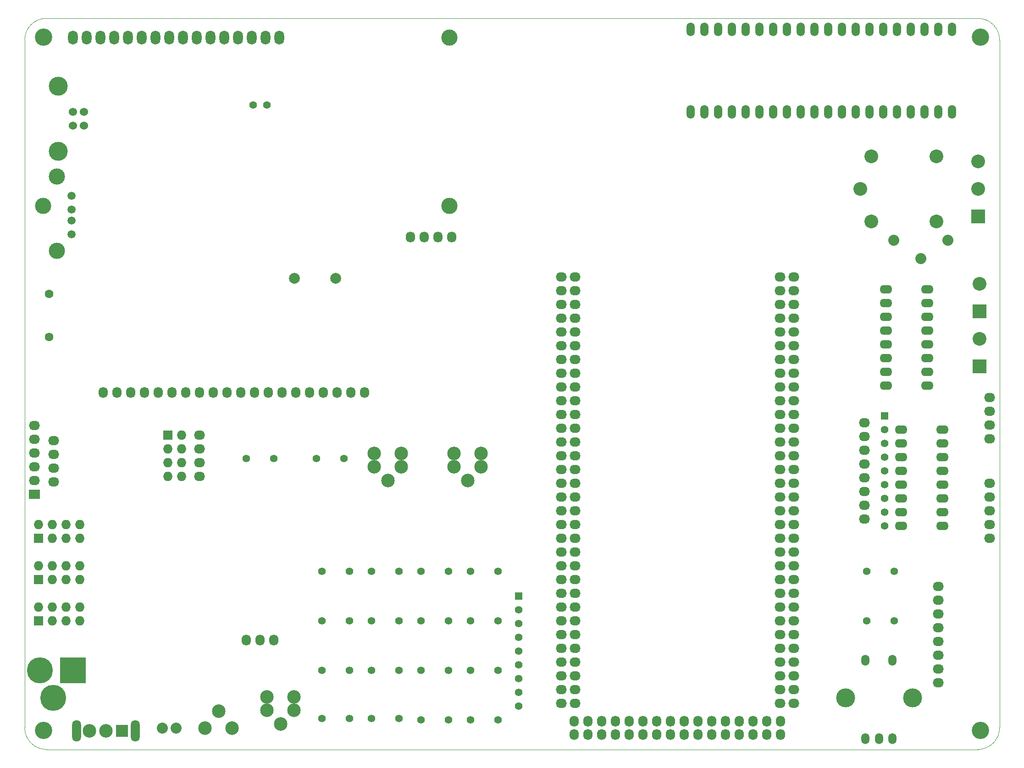
<source format=gbr>
G04 #@! TF.FileFunction,Soldermask,Bot*
%FSLAX46Y46*%
G04 Gerber Fmt 4.6, Leading zero omitted, Abs format (unit mm)*
G04 Created by KiCad (PCBNEW (2015-01-16 BZR 5376)-product) date 06-Jul-17 9:47:26 AM*
%MOMM*%
G01*
G04 APERTURE LIST*
%ADD10C,0.100000*%
%ADD11C,2.499360*%
%ADD12O,1.800000X2.600000*%
%ADD13C,3.000000*%
%ADD14O,1.727200X2.032000*%
%ADD15C,1.524000*%
%ADD16C,3.500000*%
%ADD17O,2.032000X1.727200*%
%ADD18R,2.032000X1.727200*%
%ADD19R,1.727200X1.727200*%
%ADD20O,1.727200X1.727200*%
%ADD21C,1.501140*%
%ADD22C,2.999740*%
%ADD23C,2.032000*%
%ADD24O,2.032000X2.032000*%
%ADD25R,2.300000X2.300000*%
%ADD26C,2.500000*%
%ADD27O,1.651000X4.000000*%
%ADD28O,1.524000X2.524000*%
%ADD29C,4.800600*%
%ADD30R,4.800600X4.800600*%
%ADD31O,2.300000X1.600000*%
%ADD32R,2.540000X2.540000*%
%ADD33C,2.540000*%
%ADD34C,3.200000*%
%ADD35C,1.600000*%
%ADD36C,2.000000*%
%ADD37C,1.397000*%
%ADD38R,1.397000X1.397000*%
%ADD39O,1.501140X1.998980*%
%ADD40C,3.500120*%
G04 APERTURE END LIST*
D10*
X215556500Y-163166000D02*
X43556500Y-163166000D01*
X39556500Y-159166000D02*
X39556500Y-32166000D01*
X219556500Y-32166000D02*
X219556500Y-159166000D01*
X43556500Y-28166000D02*
X215556500Y-28166000D01*
X39556500Y-159166000D02*
G75*
G03X43556500Y-163166000I4000000J0D01*
G01*
X215556500Y-163166000D02*
G75*
G03X219556500Y-159166000I0J4000000D01*
G01*
X219556500Y-32166000D02*
G75*
G03X215556500Y-28166000I-4000000J0D01*
G01*
X43556500Y-28166000D02*
G75*
G03X39556500Y-32166000I0J-4000000D01*
G01*
D11*
X75374500Y-156083000D03*
X77833220Y-159258000D03*
X72834500Y-159258000D03*
D12*
X48450500Y-31750000D03*
X50990500Y-31750000D03*
X53530500Y-31750000D03*
X56070500Y-31750000D03*
X58610500Y-31750000D03*
X61150500Y-31750000D03*
X63690500Y-31750000D03*
X66230500Y-31750000D03*
X68770500Y-31750000D03*
X71310500Y-31750000D03*
X73850500Y-31750000D03*
X76390500Y-31750000D03*
X78930500Y-31750000D03*
X81470500Y-31750000D03*
X84010500Y-31750000D03*
X86550500Y-31750000D03*
D13*
X42951400Y-31750000D03*
X42951400Y-62750700D03*
X117949980Y-62750700D03*
X117949980Y-31750000D03*
D14*
X102298500Y-97282000D03*
X99758500Y-97282000D03*
X97218500Y-97282000D03*
X94678500Y-97282000D03*
X92138500Y-97282000D03*
X89598500Y-97282000D03*
X87058500Y-97282000D03*
X84518500Y-97282000D03*
X81978500Y-97282000D03*
X79438500Y-97282000D03*
X76898500Y-97282000D03*
X74358500Y-97282000D03*
X71818500Y-97282000D03*
X69278500Y-97282000D03*
X66738500Y-97282000D03*
X64198500Y-97282000D03*
X61658500Y-97282000D03*
X59118500Y-97282000D03*
X56578500Y-97282000D03*
X54038500Y-97282000D03*
D15*
X50482500Y-45466000D03*
X50482500Y-48006000D03*
X48483520Y-48006000D03*
X48483520Y-45466000D03*
D16*
X45783500Y-40736520D03*
X45783500Y-52735480D03*
D17*
X71818500Y-105156000D03*
X71818500Y-107696000D03*
X71818500Y-110236000D03*
X71818500Y-112776000D03*
X194627500Y-120650000D03*
X194627500Y-118110000D03*
X194627500Y-115570000D03*
X194627500Y-113030000D03*
X194627500Y-110490000D03*
X194627500Y-107950000D03*
X194627500Y-105410000D03*
X194627500Y-102870000D03*
X208216500Y-150876000D03*
X208216500Y-148336000D03*
X208216500Y-145796000D03*
X208216500Y-143256000D03*
X208216500Y-140716000D03*
X208216500Y-138176000D03*
X208216500Y-135636000D03*
X208216500Y-133096000D03*
X138620500Y-75946000D03*
X138620500Y-78486000D03*
X138620500Y-81026000D03*
X138620500Y-83566000D03*
X138620500Y-86106000D03*
X138620500Y-88646000D03*
X138620500Y-91186000D03*
X138620500Y-93726000D03*
X138620500Y-96266000D03*
X138620500Y-98806000D03*
X138620500Y-101346000D03*
X138620500Y-103886000D03*
X138620500Y-106426000D03*
X138620500Y-108966000D03*
X138620500Y-111506000D03*
X138620500Y-114046000D03*
X138620500Y-116586000D03*
X138620500Y-119126000D03*
X138620500Y-121666000D03*
X138620500Y-124206000D03*
X138620500Y-126746000D03*
X138620500Y-129286000D03*
X138620500Y-131826000D03*
X138620500Y-134366000D03*
X138620500Y-136906000D03*
X138620500Y-139446000D03*
X138620500Y-141986000D03*
X138620500Y-144526000D03*
X138620500Y-147066000D03*
X138620500Y-149606000D03*
X138620500Y-152146000D03*
X138620500Y-154686000D03*
D18*
X41338500Y-116078000D03*
D17*
X41338500Y-113538000D03*
X41338500Y-110998000D03*
X41338500Y-108458000D03*
X41338500Y-105918000D03*
X41338500Y-103378000D03*
D19*
X42100500Y-124206000D03*
D20*
X42100500Y-121666000D03*
X44640500Y-124206000D03*
X44640500Y-121666000D03*
X47180500Y-124206000D03*
X47180500Y-121666000D03*
X49720500Y-124206000D03*
X49720500Y-121666000D03*
D19*
X42100500Y-131826000D03*
D20*
X42100500Y-129286000D03*
X44640500Y-131826000D03*
X44640500Y-129286000D03*
X47180500Y-131826000D03*
X47180500Y-129286000D03*
X49720500Y-131826000D03*
X49720500Y-129286000D03*
D19*
X42100500Y-139446000D03*
D20*
X42100500Y-136906000D03*
X44640500Y-139446000D03*
X44640500Y-136906000D03*
X47180500Y-139446000D03*
X47180500Y-136906000D03*
X49720500Y-139446000D03*
X49720500Y-136906000D03*
D14*
X110740500Y-68560000D03*
X113280500Y-68560000D03*
X115820500Y-68560000D03*
X118360500Y-68560000D03*
X80454500Y-143002000D03*
X82994500Y-143002000D03*
X85534500Y-143002000D03*
D21*
X48198620Y-68072860D03*
X48198620Y-65532860D03*
X48198620Y-63500860D03*
X48198620Y-60960860D03*
D22*
X45531620Y-71120860D03*
X45531620Y-57404860D03*
D23*
X64960500Y-159258000D03*
D24*
X67500500Y-159258000D03*
D17*
X217741500Y-124206000D03*
X217741500Y-121666000D03*
X217741500Y-119126000D03*
X217741500Y-116586000D03*
X217741500Y-114046000D03*
X217741500Y-105791000D03*
X217741500Y-103251000D03*
X217741500Y-100711000D03*
X217741500Y-98171000D03*
X44894500Y-113792000D03*
X44894500Y-111252000D03*
X44894500Y-108712000D03*
X44894500Y-106172000D03*
D14*
X141024500Y-160416000D03*
X143564500Y-160416000D03*
X146104500Y-160416000D03*
X148644500Y-160416000D03*
X151184500Y-160416000D03*
X153724500Y-160416000D03*
X156264500Y-160416000D03*
X158804500Y-160416000D03*
X161344500Y-160416000D03*
X163884500Y-160416000D03*
X166424500Y-160416000D03*
X168964500Y-160416000D03*
X171504500Y-160416000D03*
X174044500Y-160416000D03*
X176584500Y-160416000D03*
X179124500Y-160416000D03*
X141024500Y-157916000D03*
X143564500Y-157916000D03*
X146104500Y-157916000D03*
X148644500Y-157916000D03*
X151184500Y-157916000D03*
X153724500Y-157916000D03*
X156264500Y-157916000D03*
X158804500Y-157916000D03*
X161344500Y-157916000D03*
X163884500Y-157916000D03*
X166424500Y-157916000D03*
X168964500Y-157916000D03*
X171504500Y-157916000D03*
X174044500Y-157916000D03*
X176584500Y-157916000D03*
X179124500Y-157916000D03*
D17*
X181546500Y-75946000D03*
X181546500Y-78486000D03*
X181546500Y-81026000D03*
X181546500Y-83566000D03*
X181546500Y-86106000D03*
X181546500Y-88646000D03*
X181546500Y-91186000D03*
X181546500Y-93726000D03*
X181546500Y-96266000D03*
X181546500Y-98806000D03*
X181546500Y-101346000D03*
X181546500Y-103886000D03*
X181546500Y-106426000D03*
X181546500Y-108966000D03*
X181546500Y-111506000D03*
X181546500Y-114046000D03*
X181546500Y-116586000D03*
X181546500Y-119126000D03*
X181546500Y-121666000D03*
X181546500Y-124206000D03*
X181546500Y-126746000D03*
X181546500Y-129286000D03*
X181546500Y-131826000D03*
X181546500Y-134366000D03*
X181546500Y-136906000D03*
X181546500Y-139446000D03*
X181546500Y-141986000D03*
X181546500Y-144526000D03*
X181546500Y-147066000D03*
X181546500Y-149606000D03*
X181546500Y-152146000D03*
X181546500Y-154686000D03*
X179006500Y-75946000D03*
X179006500Y-78486000D03*
X179006500Y-81026000D03*
X179006500Y-83566000D03*
X179006500Y-86106000D03*
X179006500Y-88646000D03*
X179006500Y-91186000D03*
X179006500Y-93726000D03*
X179006500Y-96266000D03*
X179006500Y-98806000D03*
X179006500Y-101346000D03*
X179006500Y-103886000D03*
X179006500Y-106426000D03*
X179006500Y-108966000D03*
X179006500Y-111506000D03*
X179006500Y-114046000D03*
X179006500Y-116586000D03*
X179006500Y-119126000D03*
X179006500Y-121666000D03*
X179006500Y-124206000D03*
X179006500Y-126746000D03*
X179006500Y-129286000D03*
X179006500Y-131826000D03*
X179006500Y-134366000D03*
X179006500Y-136906000D03*
X179006500Y-139446000D03*
X179006500Y-141986000D03*
X179006500Y-144526000D03*
X179006500Y-147066000D03*
X179006500Y-149606000D03*
X179006500Y-152146000D03*
X179006500Y-154686000D03*
X141160500Y-75946000D03*
X141160500Y-78486000D03*
X141160500Y-81026000D03*
X141160500Y-83566000D03*
X141160500Y-86106000D03*
X141160500Y-88646000D03*
X141160500Y-91186000D03*
X141160500Y-93726000D03*
X141160500Y-96266000D03*
X141160500Y-98806000D03*
X141160500Y-101346000D03*
X141160500Y-103886000D03*
X141160500Y-106426000D03*
X141160500Y-108966000D03*
X141160500Y-111506000D03*
X141160500Y-114046000D03*
X141160500Y-116586000D03*
X141160500Y-119126000D03*
X141160500Y-121666000D03*
X141160500Y-124206000D03*
X141160500Y-126746000D03*
X141160500Y-129286000D03*
X141160500Y-131826000D03*
X141160500Y-134366000D03*
X141160500Y-136906000D03*
X141160500Y-139446000D03*
X141160500Y-141986000D03*
X141160500Y-144526000D03*
X141160500Y-147066000D03*
X141160500Y-149606000D03*
X141160500Y-152146000D03*
X141160500Y-154686000D03*
D19*
X65976500Y-105156000D03*
D20*
X68516500Y-105156000D03*
X65976500Y-107696000D03*
X68516500Y-107696000D03*
X65976500Y-110236000D03*
X68516500Y-110236000D03*
X65976500Y-112776000D03*
X68516500Y-112776000D03*
D25*
X57546500Y-159766000D03*
D26*
X54546500Y-159766000D03*
X51546500Y-159766000D03*
D27*
X49146460Y-159766000D03*
X59946540Y-159766000D03*
D28*
X162496500Y-45466000D03*
X165036500Y-45466000D03*
X167576500Y-45466000D03*
X170116500Y-45466000D03*
X172656500Y-45466000D03*
X172656500Y-30226000D03*
X170116500Y-30226000D03*
X167576500Y-30226000D03*
X165036500Y-30226000D03*
X162496500Y-30226000D03*
D29*
X42354500Y-148590000D03*
D30*
X48450500Y-148590000D03*
D29*
X44854500Y-153670000D03*
D31*
X198556500Y-78166000D03*
X198556500Y-80706000D03*
X198556500Y-83246000D03*
X198556500Y-85786000D03*
X198556500Y-88326000D03*
X198556500Y-90866000D03*
X198556500Y-93406000D03*
X198556500Y-95946000D03*
X206176500Y-95946000D03*
X206176500Y-93406000D03*
X206176500Y-90866000D03*
X206176500Y-88326000D03*
X206176500Y-85786000D03*
X206176500Y-83246000D03*
X206176500Y-80706000D03*
X206176500Y-78166000D03*
D32*
X215836500Y-92456000D03*
D33*
X215836500Y-87376000D03*
D32*
X215836500Y-82296000D03*
D33*
X215836500Y-77216000D03*
X195867020Y-53690520D03*
X193865500Y-59690000D03*
X207865980Y-53690520D03*
X207865980Y-65689480D03*
X195867020Y-65689480D03*
D32*
X215582500Y-64770000D03*
D33*
X215582500Y-59690000D03*
X215582500Y-54610000D03*
D34*
X216056500Y-159666000D03*
X43056500Y-31666000D03*
X43056500Y-159666000D03*
X216056500Y-31666000D03*
D35*
X44038500Y-79042000D03*
X44038500Y-87042000D03*
D36*
X96954340Y-76200000D03*
X89354660Y-76200000D03*
D23*
X205041500Y-72566000D03*
X200041500Y-69166000D03*
X210041500Y-69166000D03*
D37*
X84264500Y-44196000D03*
X81724500Y-44196000D03*
D28*
X175196500Y-45466000D03*
X177736500Y-45466000D03*
X180276500Y-45466000D03*
X182816500Y-45466000D03*
X185356500Y-45466000D03*
X185356500Y-30226000D03*
X182816500Y-30226000D03*
X180276500Y-30226000D03*
X177736500Y-30226000D03*
X175196500Y-30226000D03*
X187896500Y-45466000D03*
X190436500Y-45466000D03*
X192976500Y-45466000D03*
X195516500Y-45466000D03*
X198056500Y-45466000D03*
X198056500Y-30226000D03*
X195516500Y-30226000D03*
X192976500Y-30226000D03*
X190436500Y-30226000D03*
X187896500Y-30226000D03*
X200596500Y-45466000D03*
X203136500Y-45466000D03*
X205676500Y-45466000D03*
X208216500Y-45466000D03*
X210756500Y-45466000D03*
X210756500Y-30226000D03*
X208216500Y-30226000D03*
X205676500Y-30226000D03*
X203136500Y-30226000D03*
X200596500Y-30226000D03*
D38*
X130746500Y-134874000D03*
D37*
X130746500Y-137414000D03*
X130746500Y-139954000D03*
X130746500Y-142494000D03*
X130746500Y-145034000D03*
X130746500Y-147574000D03*
X130746500Y-150114000D03*
X130746500Y-152654000D03*
X130746500Y-155194000D03*
D38*
X198310500Y-101600000D03*
D37*
X198310500Y-104140000D03*
X198310500Y-106680000D03*
X198310500Y-109220000D03*
X198310500Y-111760000D03*
X198310500Y-114300000D03*
X198310500Y-116840000D03*
X198310500Y-119380000D03*
X198310500Y-121920000D03*
D31*
X201358500Y-104140000D03*
X201358500Y-106680000D03*
X201358500Y-109220000D03*
X201358500Y-111760000D03*
X201358500Y-114300000D03*
X201358500Y-116840000D03*
X201358500Y-119380000D03*
X201358500Y-121920000D03*
X208978500Y-121920000D03*
X208978500Y-119380000D03*
X208978500Y-116840000D03*
X208978500Y-114300000D03*
X208978500Y-111760000D03*
X208978500Y-109220000D03*
X208978500Y-106680000D03*
X208978500Y-104140000D03*
D39*
X194795140Y-161170620D03*
X197294500Y-161170620D03*
X199793860Y-161170620D03*
D40*
X191094360Y-153670000D03*
X203494640Y-153670000D03*
D39*
X194795140Y-146669760D03*
X199793860Y-146669760D03*
D11*
X86804500Y-158456000D03*
X84304500Y-155956000D03*
X89304500Y-155956000D03*
X84304500Y-153456000D03*
X89304500Y-153456000D03*
X106616500Y-113498000D03*
X104116500Y-110998000D03*
X109116500Y-110998000D03*
X104116500Y-108498000D03*
X109116500Y-108498000D03*
X121348500Y-113498000D03*
X118848500Y-110998000D03*
X123848500Y-110998000D03*
X118848500Y-108498000D03*
X123848500Y-108498000D03*
D37*
X195008500Y-130302000D03*
X200088500Y-130302000D03*
X195008500Y-139446000D03*
X200088500Y-139446000D03*
X85534500Y-109474000D03*
X80454500Y-109474000D03*
X98488500Y-109474000D03*
X93408500Y-109474000D03*
X94424500Y-130302000D03*
X99504500Y-130302000D03*
X103568500Y-130302000D03*
X108648500Y-130302000D03*
X112712500Y-130302000D03*
X117792500Y-130302000D03*
X121856500Y-130302000D03*
X126936500Y-130302000D03*
X94424500Y-139446000D03*
X99504500Y-139446000D03*
X103568500Y-139446000D03*
X108648500Y-139446000D03*
X112712500Y-139446000D03*
X117792500Y-139446000D03*
X121856500Y-139446000D03*
X126936500Y-139446000D03*
X94424500Y-148590000D03*
X99504500Y-148590000D03*
X103568500Y-148590000D03*
X108648500Y-148590000D03*
X112712500Y-148590000D03*
X117792500Y-148590000D03*
X121856500Y-148590000D03*
X126936500Y-148590000D03*
X94424500Y-157480000D03*
X99504500Y-157480000D03*
X103568500Y-157480000D03*
X108648500Y-157480000D03*
X112712500Y-157734000D03*
X117792500Y-157734000D03*
X121856500Y-157734000D03*
X126936500Y-157734000D03*
M02*

</source>
